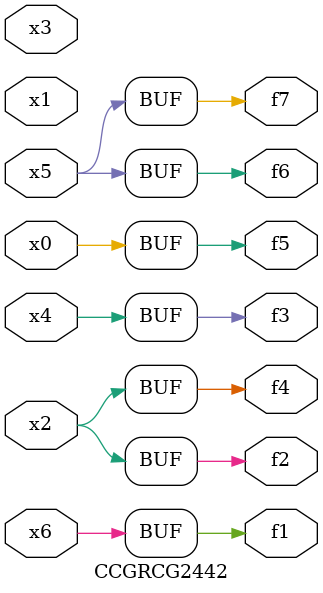
<source format=v>
module CCGRCG2442(
	input x0, x1, x2, x3, x4, x5, x6,
	output f1, f2, f3, f4, f5, f6, f7
);
	assign f1 = x6;
	assign f2 = x2;
	assign f3 = x4;
	assign f4 = x2;
	assign f5 = x0;
	assign f6 = x5;
	assign f7 = x5;
endmodule

</source>
